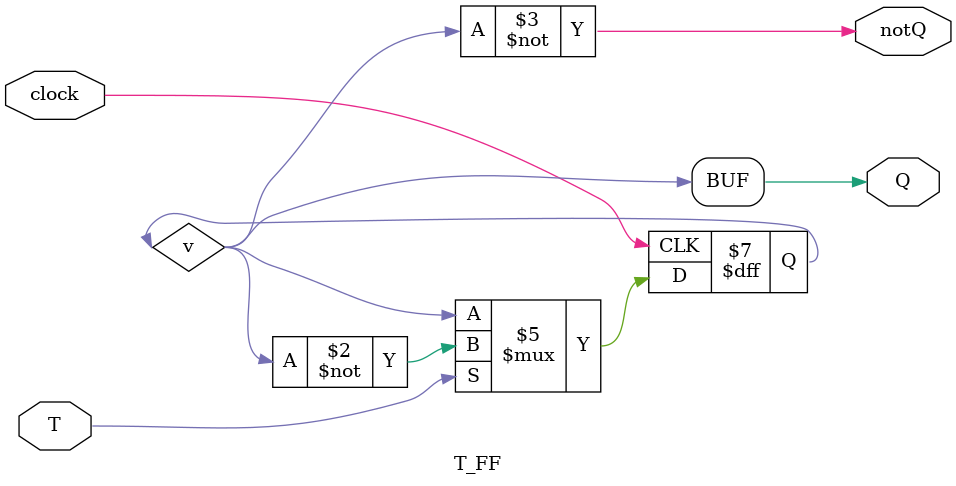
<source format=v>
`timescale 1ns / 1ps

module T_FF(T,clock,Q,notQ);
input T,clock;
output Q,notQ;
wire Q_int,notQ_int;
reg v;
initial v=1;

always @(posedge (clock))begin
    if(T) begin
        v<=~v;
    end
end

assign Q=v;
assign notQ=~v;

endmodule
</source>
